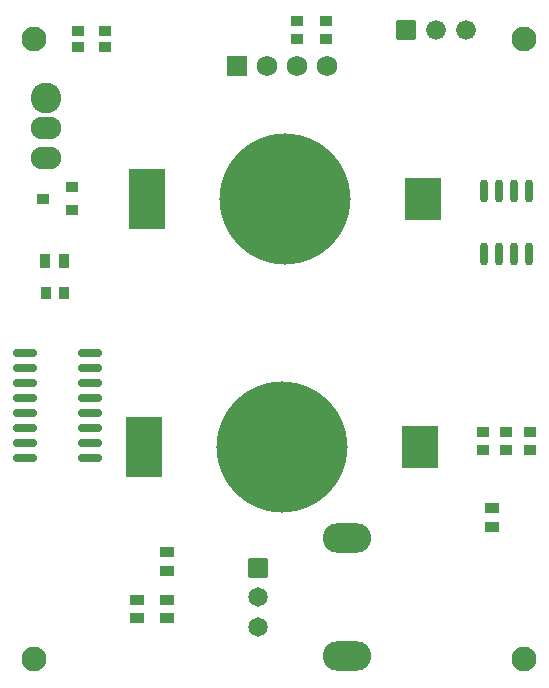
<source format=gbs>
G04 Layer: BottomSolderMaskLayer*
G04 EasyEDA Pro v2.2.27.1, 2024-09-03 10:08:37*
G04 Gerber Generator version 0.3*
G04 Scale: 100 percent, Rotated: No, Reflected: No*
G04 Dimensions in millimeters*
G04 Leading zeros omitted, absolute positions, 3 integers and 5 decimals*
%FSLAX35Y35*%
%MOMM*%
%AMRoundRect*1,1,$1,$2,$3*1,1,$1,$4,$5*1,1,$1,0-$2,0-$3*1,1,$1,0-$4,0-$5*20,1,$1,$2,$3,$4,$5,0*20,1,$1,$4,$5,0-$2,0-$3,0*20,1,$1,0-$2,0-$3,0-$4,0-$5,0*20,1,$1,0-$4,0-$5,$2,$3,0*4,1,4,$2,$3,$4,$5,0-$2,0-$3,0-$4,0-$5,$2,$3,0*%
%ADD10RoundRect,0.18181X-0.77269X0.77269X0.77269X0.77269*%
%ADD11C,1.7272*%
%ADD12RoundRect,0.09138X-0.43712X-0.40835X-0.43712X0.40835*%
%ADD13RoundRect,0.09138X0.43712X0.40835X0.43712X-0.40835*%
%ADD14RoundRect,0.09144X-0.55118X-0.41148X-0.55118X0.41148*%
%ADD15RoundRect,0.09144X0.55118X0.41148X0.55118X-0.41148*%
%ADD16RoundRect,0.09571X0.77795X0.77795X0.77795X-0.77795*%
%ADD17C,1.65161*%
%ADD18O,4.10159X2.5016*%
%ADD19C,2.6016*%
%ADD20O,2.6016X1.9016*%
%ADD21RoundRect,0.09131X-0.45514X-0.40514X-0.45514X0.40514*%
%ADD22R,1.016X0.8128*%
%ADD23RoundRect,0.09138X-0.40835X0.43712X0.40835X0.43712*%
%ADD24RoundRect,0.09144X0.55118X0.41148X0.55118X-0.41148*%
%ADD25RoundRect,0.09144X-0.41148X0.55118X0.41148X0.55118*%
%ADD26O,2.07259X0.70361*%
%ADD27RoundRect,0.09838X-1.50161X-1.75161X-1.50161X1.75161*%
%ADD28RoundRect,0.09838X-1.50161X-2.50161X-1.50161X2.50161*%
%ADD29C,11.10158*%
%ADD30O,0.7316X1.9666*%
%ADD31C,1.6764*%
%ADD32RoundRect,0.09579X-0.7903X0.7903X0.7903X0.7903*%
%ADD33C,2.1016*%
G75*


G04 Pad Start*
G54D10*
G01X2119000Y5370000D03*
G54D11*
G01X2373000Y5370000D03*
G01X2627000Y5370000D03*
G01X2881000Y5370000D03*
G54D12*
G01X2875000Y5750337D03*
G01X2875000Y5599664D03*
G01X2625000Y5750337D03*
G01X2625000Y5599664D03*
G54D13*
G01X4200000Y2124664D03*
G01X4200000Y2275337D03*
G01X4400000Y2124664D03*
G01X4400000Y2275337D03*
G01X4600000Y2124664D03*
G01X4600000Y2275337D03*
G54D14*
G01X1525000Y1096260D03*
G01X1525000Y1253740D03*
G54D15*
G01X1525000Y853740D03*
G01X1525000Y696260D03*
G01X4275000Y1628740D03*
G01X4275000Y1471260D03*
G54D16*
G01X2299989Y1124987D03*
G54D17*
G01X2299989Y875000D03*
G01X2299989Y624988D03*
G54D18*
G01X3050000Y375001D03*
G01X3050000Y1374999D03*
G54D19*
G01X500000Y5098007D03*
G54D20*
G01X500000Y4844007D03*
G01X500000Y4590007D03*
G54D21*
G01X775000Y5529998D03*
G01X775000Y5670003D03*
G01X1000000Y5529998D03*
G01X1000000Y5670003D03*
G54D22*
G01X721920Y4154750D03*
G01X478080Y4250000D03*
G01X721920Y4345250D03*
G54D23*
G01X499664Y3450000D03*
G01X650337Y3450000D03*
G54D24*
G01X1275000Y696260D03*
G01X1275000Y853740D03*
G54D25*
G01X653740Y3725000D03*
G01X496260Y3725000D03*
G54D26*
G01X873558Y2944500D03*
G01X873558Y2817500D03*
G01X873558Y2690500D03*
G01X873558Y2563500D03*
G01X873558Y2436500D03*
G01X873558Y2309500D03*
G01X873558Y2182500D03*
G01X873558Y2055500D03*
G01X326442Y2944500D03*
G01X326442Y2817500D03*
G01X326442Y2690500D03*
G01X326442Y2563500D03*
G01X326442Y2436500D03*
G01X326442Y2309500D03*
G01X326442Y2182500D03*
G01X326442Y2055500D03*
G54D27*
G01X3693400Y4250000D03*
G54D28*
G01X1356600Y4250000D03*
G54D29*
G01X2525000Y4250000D03*
G54D27*
G01X3668400Y2150000D03*
G54D28*
G01X1331600Y2150000D03*
G54D29*
G01X2500000Y2150000D03*
G54D30*
G01X4590500Y3781751D03*
G01X4463500Y3781751D03*
G01X4336500Y3781751D03*
G01X4209500Y3781751D03*
G01X4590500Y4318249D03*
G01X4463500Y4318249D03*
G01X4336500Y4318249D03*
G01X4209500Y4318249D03*
G54D31*
G01X4054000Y5675000D03*
G01X3800000Y5675000D03*
G54D32*
G01X3546000Y5675000D03*
G54D33*
G01X400000Y5600000D03*
G01X4550000Y5600000D03*
G01X400000Y350000D03*
G01X4550000Y350000D03*
G04 Pad End*

M02*


</source>
